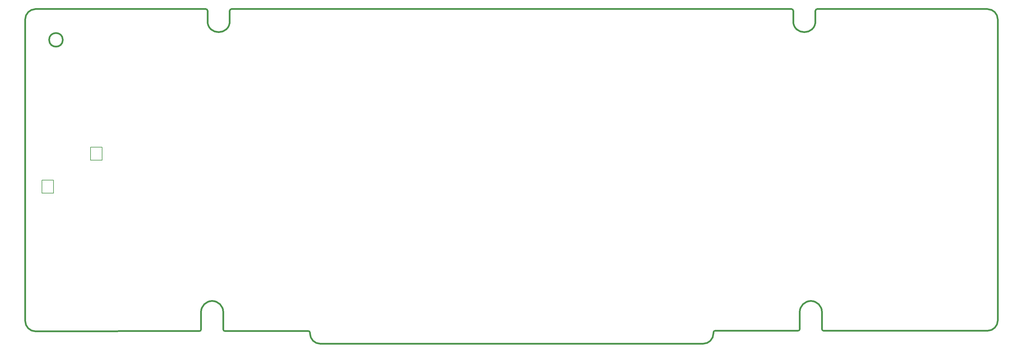
<source format=gbr>
%TF.GenerationSoftware,KiCad,Pcbnew,8.99.0-946-gf00a1ab517*%
%TF.CreationDate,2024-05-15T19:42:52+07:00*%
%TF.ProjectId,toro60_hs,746f726f-3630-45f6-9873-2e6b69636164,rev?*%
%TF.SameCoordinates,Original*%
%TF.FileFunction,Profile,NP*%
%FSLAX46Y46*%
G04 Gerber Fmt 4.6, Leading zero omitted, Abs format (unit mm)*
G04 Created by KiCad (PCBNEW 8.99.0-946-gf00a1ab517) date 2024-05-15 19:42:52*
%MOMM*%
%LPD*%
G01*
G04 APERTURE LIST*
%TA.AperFunction,Profile*%
%ADD10C,0.500000*%
%TD*%
%TA.AperFunction,Profile*%
%ADD11C,0.150000*%
%TD*%
G04 APERTURE END LIST*
D10*
X94515575Y-221559572D02*
G75*
G02*
X94014990Y-221051514I-475J500172D01*
G01*
X118912113Y-221531239D02*
X94515575Y-221559572D01*
X320745000Y-130272506D02*
X320745000Y-218461914D01*
X119416522Y-222260002D02*
X119412804Y-222023250D01*
X88919894Y-127262089D02*
X39024747Y-127262089D01*
X95920000Y-127762114D02*
G75*
G02*
X96411787Y-127262071I500200J-86D01*
G01*
X89420000Y-127766457D02*
X89420000Y-130773227D01*
X88919894Y-127262089D02*
G75*
G02*
X89419993Y-127766457I6J-500111D01*
G01*
X94015000Y-221051514D02*
X94015000Y-215987091D01*
X95920000Y-130762114D02*
G75*
G02*
X89420019Y-130773227I-3250000J14D01*
G01*
X260369694Y-127262089D02*
G75*
G02*
X260869911Y-127762314I106J-500111D01*
G01*
X260869993Y-127762314D02*
X260869993Y-130762014D01*
X47045000Y-136265000D02*
G75*
G02*
X43045000Y-136265000I-2000000J0D01*
G01*
X43045000Y-136265000D02*
G75*
G02*
X47045000Y-136265000I2000000J0D01*
G01*
X87015579Y-221568283D02*
X87015580Y-221568282D01*
X87515000Y-215987091D02*
X87515000Y-221068314D01*
X267369993Y-130762014D02*
G75*
G02*
X260869993Y-130762014I-3250000J1D01*
G01*
X269774894Y-221462089D02*
G75*
G02*
X269274982Y-220953571I106J500089D01*
G01*
X36045000Y-218623992D02*
X36045000Y-130262114D01*
X237496500Y-221962214D02*
X237500000Y-222260000D01*
X262774993Y-215987014D02*
X262774993Y-220961914D01*
X260369694Y-127262089D02*
X96411787Y-127262089D01*
X87015580Y-221568282D02*
X39048478Y-221623990D01*
X87515000Y-221068314D02*
G75*
G02*
X87015579Y-221568300I-500000J14D01*
G01*
X39048478Y-221623990D02*
G75*
G02*
X36045008Y-218623992I-3478J2999990D01*
G01*
X95920000Y-130762114D02*
X95920000Y-127762114D01*
X317744994Y-127262089D02*
G75*
G02*
X320744993Y-130272506I6J-3000011D01*
G01*
X267369993Y-130762014D02*
X267369993Y-127762114D01*
X320745000Y-218461914D02*
G75*
G02*
X317744894Y-221462000I-3000000J-86D01*
G01*
X237496500Y-221962214D02*
G75*
G02*
X237988287Y-221462071I500200J14D01*
G01*
X267869994Y-127262113D02*
X267869994Y-127262089D01*
X122420000Y-225260000D02*
G75*
G02*
X119416498Y-222260002I-3500J3000000D01*
G01*
X118912113Y-221531239D02*
G75*
G02*
X119412795Y-222023250I587J-500161D01*
G01*
X237500000Y-222260000D02*
G75*
G02*
X234500002Y-225263502I-3000000J-3500D01*
G01*
X36045000Y-130262114D02*
G75*
G02*
X39024747Y-127262070I3000200J-86D01*
G01*
X317744894Y-221462020D02*
X317744894Y-221462089D01*
X87515000Y-215987091D02*
G75*
G02*
X94015000Y-215987091I3250000J2D01*
G01*
X260869919Y-127762314D02*
X260869993Y-127762314D01*
X262774993Y-215987014D02*
G75*
G02*
X269274993Y-215987014I3250000J1D01*
G01*
X267369993Y-127762114D02*
G75*
G02*
X267869994Y-127262093I500007J14D01*
G01*
X262269998Y-221462089D02*
X237988287Y-221462089D01*
X262774993Y-220961914D02*
G75*
G02*
X262269998Y-221462070I-500193J14D01*
G01*
X269774894Y-221462089D02*
X317744894Y-221462089D01*
X234500002Y-225263478D02*
X122420000Y-225260000D01*
X269274993Y-220953571D02*
X269274993Y-215987014D01*
X267869994Y-127262089D02*
X317744994Y-127262089D01*
D11*
%TO.C,Dled2*%
X55137500Y-167662500D02*
X58537500Y-167662500D01*
X55137500Y-171462500D02*
X55137500Y-167662500D01*
X55137500Y-171462500D02*
X58537500Y-171462500D01*
X58537500Y-171462500D02*
X58537500Y-167662500D01*
%TO.C,Dled1*%
X40952500Y-177367500D02*
X40952500Y-181167500D01*
X44352500Y-177367500D02*
X40952500Y-177367500D01*
X44352500Y-177367500D02*
X44352500Y-181167500D01*
X44352500Y-181167500D02*
X40952500Y-181167500D01*
%TD*%
M02*

</source>
